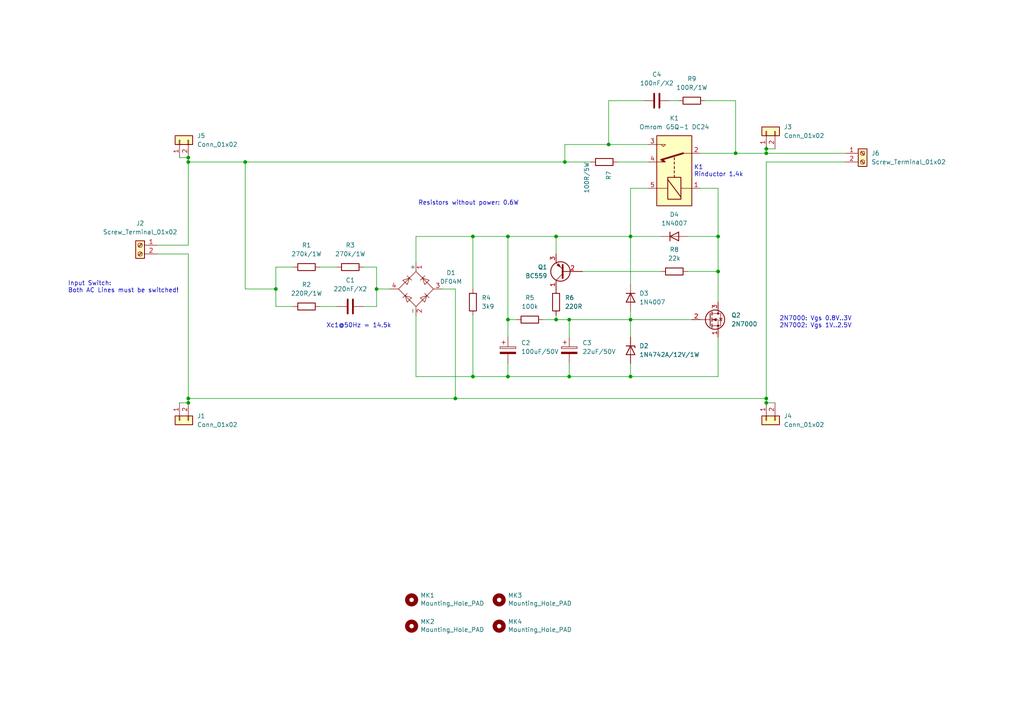
<source format=kicad_sch>
(kicad_sch (version 20211123) (generator eeschema)
  (paper "A4")
  (title_block (title "Inrush Current Limiter Relais") (date "2022-02-23") (rev "V2"))
  (lib_symbols
    (symbol "Connector:Screw_Terminal_01x02" (pin_names (offset 1.016) hide)
      (property "Reference" "J" (at 0 2.54 0))
      (property "Value" "Screw_Terminal_01x02" (at 0 -5.08 0))
      (symbol "Screw_Terminal_01x02_1_1"
        (rectangle (start -1.27 1.27) (end 1.27 -3.81) (stroke (width 0.254)) (fill (type background)))
        (circle (center 0 -2.54) (radius 0.635) (stroke (width 0.1524)))
        (polyline (pts (xy -0.5334 -2.2098) (xy 0.3302 -3.048)) (stroke (width 0.1524)))
        (polyline (pts (xy -0.5334 0.3302) (xy 0.3302 -0.508)) (stroke (width 0.1524)))
        (polyline (pts (xy -0.3556 -2.032) (xy 0.508 -2.8702)) (stroke (width 0.1524)))
        (polyline (pts (xy -0.3556 0.508) (xy 0.508 -0.3302)) (stroke (width 0.1524)))
        (circle (center 0 0) (radius 0.635) (stroke (width 0.1524)))
        (pin passive line (at -5.08 0 0) (length 3.81) (name "Pin_1") (number "1"))
        (pin passive line (at -5.08 -2.54 0) (length 3.81) (name "Pin_2") (number "2"))
      )
    )
    (symbol "Connector_Generic:Conn_01x02" (pin_names (offset 1.016) hide)
      (property "Reference" "J" (at 0 2.54 0))
      (property "Value" "Conn_01x02" (at 0 -5.08 0))
      (symbol "Conn_01x02_1_1"
        (rectangle (start -1.27 -2.413) (end 0 -2.667) (stroke (width 0.1524)))
        (rectangle (start -1.27 0.127) (end 0 -0.127) (stroke (width 0.1524)))
        (rectangle (start -1.27 1.27) (end 1.27 -3.81) (stroke (width 0.254)) (fill (type background)))
        (pin passive line (at -5.08 0 0) (length 3.81) (name "Pin_1") (number "1"))
        (pin passive line (at -5.08 -2.54 0) (length 3.81) (name "Pin_2") (number "2"))
      )
    )
    (symbol "Device:C" (pin_numbers hide) (pin_names (offset 0.254))
      (property "Reference" "C" (at 0.635 2.54 0))
      (property "Value" "C" (at 0.635 -2.54 0))
      (symbol "C_0_1"
        (polyline (pts (xy -2.032 -0.762) (xy 2.032 -0.762)) (stroke (width 0.508)))
        (polyline (pts (xy -2.032 0.762) (xy 2.032 0.762)) (stroke (width 0.508)))
      )
      (symbol "C_1_1"
        (pin passive line (at 0 3.81 270) (length 2.794) (name "~") (number "1"))
        (pin passive line (at 0 -3.81 90) (length 2.794) (name "~") (number "2"))
      )
    )
    (symbol "Device:C_Polarized" (pin_numbers hide) (pin_names (offset 0.254))
      (property "Reference" "C" (at 0.635 2.54 0))
      (property "Value" "C_Polarized" (at 0.635 -2.54 0))
      (symbol "C_Polarized_0_1"
        (rectangle (start -2.286 0.508) (end 2.286 1.016))
        (polyline (pts (xy -1.778 2.286) (xy -0.762 2.286)))
        (polyline (pts (xy -1.27 2.794) (xy -1.27 1.778)))
        (rectangle (start 2.286 -0.508) (end -2.286 -1.016) (fill (type outline)))
      )
      (symbol "C_Polarized_1_1"
        (pin passive line (at 0 3.81 270) (length 2.794) (name "~") (number "1"))
        (pin passive line (at 0 -3.81 90) (length 2.794) (name "~") (number "2"))
      )
    )
    (symbol "Device:R" (pin_numbers hide) (pin_names (offset 0))
      (property "Reference" "R" (at 2.032 0 90))
      (property "Value" "R" (at 0 0 90))
      (symbol "R_0_1"
        (rectangle (start -1.016 -2.54) (end 1.016 2.54) (stroke (width 0.254)))
      )
      (symbol "R_1_1"
        (pin passive line (at 0 3.81 270) (length 1.27) (name "~") (number "1"))
        (pin passive line (at 0 -3.81 90) (length 1.27) (name "~") (number "2"))
      )
    )
    (symbol "Diode:1N4007" (pin_numbers hide) (pin_names (offset 1.016) hide)
      (property "Reference" "D" (at 0 2.54 0))
      (property "Value" "1N4007" (at 0 -2.54 0))
      (symbol "1N4007_0_1"
        (polyline (pts (xy -1.27 1.27) (xy -1.27 -1.27)) (stroke (width 0.254)))
        (polyline (pts (xy 1.27 0) (xy -1.27 0)))
        (polyline (pts (xy 1.27 1.27) (xy 1.27 -1.27) (xy -1.27 0) (xy 1.27 1.27)) (stroke (width 0.254)))
      )
      (symbol "1N4007_1_1"
        (pin passive line (at -3.81 0 0) (length 2.54) (name "K") (number "1"))
        (pin passive line (at 3.81 0 180) (length 2.54) (name "A") (number "2"))
      )
    )
    (symbol "Diode:1N47xxA" (pin_numbers hide) (pin_names (offset 1.016) hide)
      (property "Reference" "D" (at 0 2.54 0))
      (property "Value" "1N47xxA" (at 0 -2.54 0))
      (symbol "1N47xxA_0_1"
        (polyline (pts (xy 1.27 0) (xy -1.27 0)))
        (polyline (pts (xy -1.27 -1.27) (xy -1.27 1.27) (xy -0.762 1.27)) (stroke (width 0.254)))
        (polyline (pts (xy 1.27 -1.27) (xy 1.27 1.27) (xy -1.27 0) (xy 1.27 -1.27)) (stroke (width 0.254)))
      )
      (symbol "1N47xxA_1_1"
        (pin passive line (at -3.81 0 0) (length 2.54) (name "K") (number "1"))
        (pin passive line (at 3.81 0 180) (length 2.54) (name "A") (number "2"))
      )
    )
    (symbol "Diode_Bridge:DF04M" (pin_names (offset 0))
      (property "Reference" "D" (at 2.54 6.985 0))
      (property "Value" "DF04M" (at 2.54 5.08 0))
      (symbol "DF04M_0_1"
        (polyline (pts (xy -2.54 3.81) (xy -1.27 2.54)))
        (polyline (pts (xy -1.27 -2.54) (xy -2.54 -3.81)))
        (polyline (pts (xy 2.54 -1.27) (xy 3.81 -2.54)))
        (polyline (pts (xy 2.54 1.27) (xy 3.81 2.54)))
        (polyline (pts (xy -3.81 2.54) (xy -2.54 1.27) (xy -1.905 3.175) (xy -3.81 2.54)))
        (polyline (pts (xy -2.54 -1.27) (xy -3.81 -2.54) (xy -1.905 -3.175) (xy -2.54 -1.27)))
        (polyline (pts (xy 1.27 2.54) (xy 2.54 3.81) (xy 3.175 1.905) (xy 1.27 2.54)))
        (polyline (pts (xy 3.175 -1.905) (xy 1.27 -2.54) (xy 2.54 -3.81) (xy 3.175 -1.905)))
        (polyline (pts (xy -5.08 0) (xy 0 -5.08) (xy 5.08 0) (xy 0 5.08) (xy -5.08 0)))
      )
      (symbol "DF04M_1_1"
        (pin passive line (at 7.62 0 180) (length 2.54) (name "+") (number "1"))
        (pin passive line (at -7.62 0 0) (length 2.54) (name "-") (number "2"))
        (pin passive line (at 0 -7.62 90) (length 2.54) (name "~") (number "3"))
        (pin passive line (at 0 7.62 270) (length 2.54) (name "~") (number "4"))
      )
    )
    (symbol "Mechanical:MountingHole" (pin_names (offset 1.016))
      (property "Reference" "H" (at 0 5.08 0))
      (property "Value" "MountingHole" (at 0 3.175 0))
      (symbol "MountingHole_0_1"
        (circle (center 0 0) (radius 1.27) (stroke (width 1.27)))
      )
    )
    (symbol "Relay:G5Q-1"
      (property "Reference" "K" (at 11.43 3.81 0))
      (property "Value" "G5Q-1" (at 11.43 1.27 0))
      (symbol "G5Q-1_0_0"
        (polyline (pts (xy 7.62 5.08) (xy 7.62 2.54) (xy 6.985 3.175) (xy 7.62 3.81)))
      )
      (symbol "G5Q-1_0_1"
        (rectangle (start -10.16 5.08) (end 10.16 -5.08) (stroke (width 0.254)) (fill (type background)))
        (rectangle (start -8.255 1.905) (end -1.905 -1.905) (stroke (width 0.254)))
        (polyline (pts (xy -7.62 -1.905) (xy -2.54 1.905)) (stroke (width 0.254)))
        (polyline (pts (xy -5.08 -5.08) (xy -5.08 -1.905)))
        (polyline (pts (xy -5.08 5.08) (xy -5.08 1.905)))
        (polyline (pts (xy -1.905 0) (xy -1.27 0)) (stroke (width 0.254)))
        (polyline (pts (xy -0.635 0) (xy 0 0)) (stroke (width 0.254)))
        (polyline (pts (xy 0.635 0) (xy 1.27 0)) (stroke (width 0.254)))
        (polyline (pts (xy 1.905 0) (xy 2.54 0)) (stroke (width 0.254)))
        (polyline (pts (xy 3.175 0) (xy 3.81 0)) (stroke (width 0.254)))
        (polyline (pts (xy 5.08 -2.54) (xy 3.175 3.81)) (stroke (width 0.508)))
        (polyline (pts (xy 5.08 -2.54) (xy 5.08 -5.08)))
        (polyline (pts (xy 2.54 5.08) (xy 2.54 2.54) (xy 3.175 3.175) (xy 2.54 3.81)) (fill (type outline)))
      )
      (symbol "G5Q-1_1_1"
        (pin passive line (at -5.08 -7.62 90) (length 2.54) (name "~") (number "1"))
        (pin passive line (at 5.08 -7.62 90) (length 2.54) (name "~") (number "2"))
        (pin passive line (at 7.62 7.62 270) (length 2.54) (name "~") (number "3"))
        (pin passive line (at 2.54 7.62 270) (length 2.54) (name "~") (number "4"))
        (pin passive line (at -5.08 7.62 270) (length 2.54) (name "~") (number "5"))
      )
    )
    (symbol "Transistor_BJT:BC559" (pin_names (offset 0) hide)
      (property "Reference" "Q" (at 5.08 1.905 0))
      (property "Value" "BC559" (at 5.08 0 0))
      (symbol "BC559_0_1"
        (polyline (pts (xy 0.635 0.635) (xy 2.54 2.54)))
        (polyline (pts (xy 0.635 -0.635) (xy 2.54 -2.54) (xy 2.54 -2.54)))
        (polyline (pts (xy 0.635 1.905) (xy 0.635 -1.905) (xy 0.635 -1.905)) (stroke (width 0.508)))
        (polyline (pts (xy 2.286 -1.778) (xy 1.778 -2.286) (xy 1.27 -1.27) (xy 2.286 -1.778) (xy 2.286 -1.778)) (fill (type outline)))
        (circle (center 1.27 0) (radius 2.8194) (stroke (width 0.254)))
      )
      (symbol "BC559_1_1"
        (pin passive line (at 2.54 5.08 270) (length 2.54) (name "C") (number "1"))
        (pin input line (at -5.08 0 0) (length 5.715) (name "B") (number "2"))
        (pin passive line (at 2.54 -5.08 90) (length 2.54) (name "E") (number "3"))
      )
    )
    (symbol "Transistor_FET:2N7000" (pin_names hide)
      (property "Reference" "Q" (at 5.08 1.905 0))
      (property "Value" "2N7000" (at 5.08 0 0))
      (symbol "2N7000_0_1"
        (polyline (pts (xy 0.254 0) (xy -2.54 0)))
        (polyline (pts (xy 0.254 1.905) (xy 0.254 -1.905)) (stroke (width 0.254)))
        (polyline (pts (xy 0.762 -1.27) (xy 0.762 -2.286)) (stroke (width 0.254)))
        (polyline (pts (xy 0.762 0.508) (xy 0.762 -0.508)) (stroke (width 0.254)))
        (polyline (pts (xy 0.762 2.286) (xy 0.762 1.27)) (stroke (width 0.254)))
        (polyline (pts (xy 2.54 2.54) (xy 2.54 1.778)))
        (polyline (pts (xy 2.54 -2.54) (xy 2.54 0) (xy 0.762 0)))
        (polyline (pts (xy 0.762 -1.778) (xy 3.302 -1.778) (xy 3.302 1.778) (xy 0.762 1.778)))
        (polyline (pts (xy 1.016 0) (xy 2.032 0.381) (xy 2.032 -0.381) (xy 1.016 0)) (fill (type outline)))
        (polyline (pts (xy 2.794 0.508) (xy 2.921 0.381) (xy 3.683 0.381) (xy 3.81 0.254)))
        (polyline (pts (xy 3.302 0.381) (xy 2.921 -0.254) (xy 3.683 -0.254) (xy 3.302 0.381)))
        (circle (center 1.651 0) (radius 2.794) (stroke (width 0.254)))
        (circle (center 2.54 -1.778) (radius 0.254) (fill (type outline)))
        (circle (center 2.54 1.778) (radius 0.254) (fill (type outline)))
      )
      (symbol "2N7000_1_1"
        (pin passive line (at 2.54 -5.08 90) (length 2.54) (name "S") (number "1"))
        (pin input line (at -5.08 0 0) (length 2.54) (name "G") (number "2"))
        (pin passive line (at 2.54 5.08 270) (length 2.54) (name "D") (number "3"))
      )
    )
  )
  (junction (at 54.61 45.72))
  (junction (at 222.25 44.45))
  (junction (at 165.1 92.71))
  (junction (at 54.61 46.99))
  (junction (at 80.01 83.82))
  (junction (at 54.61 116.84))
  (junction (at 176.53 41.91))
  (junction (at 109.22 83.82))
  (junction (at 182.88 92.71))
  (junction (at 161.29 68.58))
  (junction (at 147.32 109.22))
  (junction (at 182.88 68.58))
  (junction (at 222.25 115.57))
  (junction (at 222.25 116.84))
  (junction (at 208.28 68.58))
  (junction (at 137.16 68.58))
  (junction (at 161.29 92.71))
  (junction (at 163.83 46.99))
  (junction (at 71.12 46.99))
  (junction (at 137.16 109.22))
  (junction (at 165.1 109.22))
  (junction (at 54.61 115.57))
  (junction (at 147.32 68.58))
  (junction (at 147.32 92.71))
  (junction (at 208.28 78.74))
  (junction (at 132.08 115.57))
  (junction (at 182.88 109.22))
  (junction (at 213.36 44.45))
  (junction (at 222.25 43.18))
  (wire (pts (xy 203.2 54.61) (xy 208.28 54.61)))
  (wire (pts (xy 168.91 78.74) (xy 191.77 78.74)))
  (wire (pts (xy 120.65 91.44) (xy 120.65 109.22)))
  (wire (pts (xy 182.88 109.22) (xy 165.1 109.22)))
  (wire (pts (xy 161.29 68.58) (xy 147.32 68.58)))
  (wire (pts (xy 182.88 92.71) (xy 182.88 97.79)))
  (wire (pts (xy 161.29 92.71) (xy 165.1 92.71)))
  (wire (pts (xy 147.32 109.22) (xy 147.32 105.41)))
  (wire (pts (xy 213.36 29.21) (xy 213.36 44.45)))
  (wire (pts (xy 182.88 68.58) (xy 182.88 54.61)))
  (wire (pts (xy 165.1 92.71) (xy 165.1 97.79)))
  (wire (pts (xy 105.41 77.47) (xy 109.22 77.47)))
  (wire (pts (xy 137.16 91.44) (xy 137.16 109.22)))
  (wire (pts (xy 147.32 92.71) (xy 147.32 97.79)))
  (wire (pts (xy 182.88 105.41) (xy 182.88 109.22)))
  (wire (pts (xy 176.53 29.21) (xy 176.53 41.91)))
  (wire (pts (xy 109.22 83.82) (xy 109.22 88.9)))
  (wire (pts (xy 52.07 45.72) (xy 54.61 45.72)))
  (wire (pts (xy 182.88 92.71) (xy 200.66 92.71)))
  (wire (pts (xy 191.77 68.58) (xy 182.88 68.58)))
  (wire (pts (xy 222.25 115.57) (xy 222.25 46.99)))
  (wire (pts (xy 137.16 109.22) (xy 147.32 109.22)))
  (wire (pts (xy 80.01 83.82) (xy 71.12 83.82)))
  (wire (pts (xy 165.1 92.71) (xy 182.88 92.71)))
  (wire (pts (xy 171.45 46.99) (xy 163.83 46.99)))
  (wire (pts (xy 54.61 45.72) (xy 54.61 46.99)))
  (wire (pts (xy 147.32 68.58) (xy 137.16 68.58)))
  (wire (pts (xy 92.71 88.9) (xy 97.79 88.9)))
  (wire (pts (xy 80.01 77.47) (xy 80.01 83.82)))
  (wire (pts (xy 109.22 77.47) (xy 109.22 83.82)))
  (wire (pts (xy 147.32 68.58) (xy 147.32 92.71)))
  (wire (pts (xy 163.83 46.99) (xy 71.12 46.99)))
  (wire (pts (xy 54.61 115.57) (xy 54.61 116.84)))
  (wire (pts (xy 45.72 71.12) (xy 54.61 71.12)))
  (wire (pts (xy 85.09 77.47) (xy 80.01 77.47)))
  (wire (pts (xy 137.16 68.58) (xy 137.16 83.82)))
  (wire (pts (xy 132.08 115.57) (xy 222.25 115.57)))
  (wire (pts (xy 199.39 68.58) (xy 208.28 68.58)))
  (wire (pts (xy 208.28 97.79) (xy 208.28 109.22)))
  (wire (pts (xy 208.28 54.61) (xy 208.28 68.58)))
  (wire (pts (xy 186.69 29.21) (xy 176.53 29.21)))
  (wire (pts (xy 222.25 44.45) (xy 245.11 44.45)))
  (wire (pts (xy 54.61 46.99) (xy 54.61 71.12)))
  (wire (pts (xy 165.1 105.41) (xy 165.1 109.22)))
  (wire (pts (xy 71.12 83.82) (xy 71.12 46.99)))
  (wire (pts (xy 161.29 92.71) (xy 161.29 91.44)))
  (wire (pts (xy 208.28 78.74) (xy 208.28 87.63)))
  (wire (pts (xy 132.08 83.82) (xy 132.08 115.57)))
  (wire (pts (xy 222.25 43.18) (xy 222.25 44.45)))
  (wire (pts (xy 176.53 41.91) (xy 163.83 41.91)))
  (wire (pts (xy 208.28 109.22) (xy 182.88 109.22)))
  (wire (pts (xy 165.1 109.22) (xy 147.32 109.22)))
  (wire (pts (xy 222.25 116.84) (xy 224.79 116.84)))
  (wire (pts (xy 109.22 83.82) (xy 113.03 83.82)))
  (wire (pts (xy 45.72 73.66) (xy 54.61 73.66)))
  (wire (pts (xy 222.25 46.99) (xy 245.11 46.99)))
  (wire (pts (xy 71.12 46.99) (xy 54.61 46.99)))
  (wire (pts (xy 157.48 92.71) (xy 161.29 92.71)))
  (wire (pts (xy 163.83 41.91) (xy 163.83 46.99)))
  (wire (pts (xy 213.36 44.45) (xy 222.25 44.45)))
  (wire (pts (xy 182.88 68.58) (xy 161.29 68.58)))
  (wire (pts (xy 222.25 115.57) (xy 222.25 116.84)))
  (wire (pts (xy 149.86 92.71) (xy 147.32 92.71)))
  (wire (pts (xy 80.01 88.9) (xy 85.09 88.9)))
  (wire (pts (xy 120.65 68.58) (xy 120.65 76.2)))
  (wire (pts (xy 128.27 83.82) (xy 132.08 83.82)))
  (wire (pts (xy 92.71 77.47) (xy 97.79 77.47)))
  (wire (pts (xy 194.31 29.21) (xy 196.85 29.21)))
  (wire (pts (xy 54.61 115.57) (xy 132.08 115.57)))
  (wire (pts (xy 208.28 68.58) (xy 208.28 78.74)))
  (wire (pts (xy 120.65 109.22) (xy 137.16 109.22)))
  (wire (pts (xy 54.61 73.66) (xy 54.61 115.57)))
  (wire (pts (xy 161.29 68.58) (xy 161.29 73.66)))
  (wire (pts (xy 222.25 43.18) (xy 224.79 43.18)))
  (wire (pts (xy 182.88 68.58) (xy 182.88 82.55)))
  (wire (pts (xy 109.22 88.9) (xy 105.41 88.9)))
  (wire (pts (xy 179.07 46.99) (xy 187.96 46.99)))
  (wire (pts (xy 137.16 68.58) (xy 120.65 68.58)))
  (wire (pts (xy 182.88 90.17) (xy 182.88 92.71)))
  (wire (pts (xy 80.01 83.82) (xy 80.01 88.9)))
  (wire (pts (xy 187.96 41.91) (xy 176.53 41.91)))
  (wire (pts (xy 204.47 29.21) (xy 213.36 29.21)))
  (wire (pts (xy 182.88 54.61) (xy 187.96 54.61)))
  (wire (pts (xy 52.07 116.84) (xy 54.61 116.84)))
  (wire (pts (xy 203.2 44.45) (xy 213.36 44.45)))
  (wire (pts (xy 199.39 78.74) (xy 208.28 78.74)))
  (text "2N7000: Vgs 0.8V..3V\n2N7002: Vgs 1V..2.5V" (at 226.06 95.25 0) (effects (font (size 1.27 1.27)) (justify left bottom)))
  (text "K1\nRinductor 1.4k" (at 201.295 51.435 0) (effects (font (size 1.27 1.27)) (justify left bottom)))
  (text "Xc1@50Hz = 14.5k" (at 94.615 95.25 0) (effects (font (size 1.27 1.27)) (justify left bottom)))
  (text "Resistors without power: 0.6W" (at 121.285 59.69 0) (effects (font (size 1.27 1.27)) (justify left bottom)))
  (text "Input Switch:\nBoth AC Lines must be switched!" (at 19.685 85.09 0) (effects (font (size 1.27 1.27)) (justify left bottom)))
  (symbol (lib_id "Device:R") (at 161.29 87.63 180) (unit 1)
    (property "Reference" "R6" (at 163.83 86.3599 0) (effects (justify right)))
    (property "Value" "220R" (at 163.83 88.8999 0) (effects (justify right)))
    (property "Footprint" "Resistor_THT:R_Axial_DIN0207_L6.3mm_D2.5mm_P10.16mm_Horizontal" (effects hide))
  )
  (symbol (lib_id "Connector_Generic:Conn_01x02") (at 222.25 121.92 90) (mirror x) (unit 1)
    (property "Reference" "J4" (at 227.33 120.6499 90) (effects (justify right)))
    (property "Value" "Conn_01x02" (at 227.33 123.1899 90) (effects (justify right)))
    (property "Footprint" "kicad-snk:TE_62409-1" (effects hide))
  )
  (symbol (lib_id "Device:R") (at 88.9 88.9 90) (unit 1)
    (property "Reference" "R2" (at 88.9 82.55 90))
    (property "Value" "220R/1W" (at 88.9 85.09 90))
    (property "Footprint" "Resistor_THT:R_Axial_DIN0207_L6.3mm_D2.5mm_P15.24mm_Horizontal" (effects hide))
  )
  (symbol (lib_id "Device:R") (at 195.58 78.74 90) (unit 1)
    (property "Reference" "R8" (at 195.58 72.39 90))
    (property "Value" "22k" (at 195.58 74.93 90))
    (property "Footprint" "Resistor_THT:R_Axial_DIN0207_L6.3mm_D2.5mm_P10.16mm_Horizontal" (effects hide))
  )
  (symbol (lib_id "Mechanical:MountingHole") (at 144.78 181.61 0) (unit 1)
    (property "Reference" "MK4" (at 147.32 180.3146 0) (effects (justify left)))
    (property "Value" "Mounting_Hole_PAD" (at 147.32 182.626 0) (effects (justify left)))
    (property "Footprint" "MountingHole:MountingHole_3.2mm_M3_Pad_Via" (effects hide))
  )
  (symbol (lib_id "Mechanical:MountingHole") (at 119.38 181.61 0) (unit 1)
    (property "Reference" "MK2" (at 121.92 180.3146 0) (effects (justify left)))
    (property "Value" "Mounting_Hole_PAD" (at 121.92 182.626 0) (effects (justify left)))
    (property "Footprint" "MountingHole:MountingHole_3.2mm_M3_Pad_Via" (effects hide))
  )
  (symbol (lib_id "Transistor_BJT:BC559") (at 163.83 78.74 180) (unit 1)
    (property "Reference" "Q1" (at 158.75 77.4699 0) (effects (justify left)))
    (property "Value" "BC559" (at 158.75 80.0099 0) (effects (justify left)))
    (property "Footprint" "Package_TO_SOT_THT:TO-92_Inline" (effects hide))
    (property "Datasheet" "https://www.onsemi.com/pub/Collateral/BC556BTA-D.pdf" (effects hide))
  )
  (symbol (lib_id "Mechanical:MountingHole") (at 144.78 173.99 0) (unit 1)
    (property "Reference" "MK3" (at 147.32 172.6946 0) (effects (justify left)))
    (property "Value" "Mounting_Hole_PAD" (at 147.32 175.006 0) (effects (justify left)))
    (property "Footprint" "MountingHole:MountingHole_3.2mm_M3_Pad_Via" (effects hide))
  )
  (symbol (lib_id "Connector_Generic:Conn_01x02") (at 52.07 40.64 90) (unit 1)
    (property "Reference" "J5" (at 57.15 39.3699 90) (effects (justify right)))
    (property "Value" "Conn_01x02" (at 57.15 41.9099 90) (effects (justify right)))
    (property "Footprint" "kicad-snk:TE_62409-1" (effects hide))
  )
  (symbol (lib_id "Device:R") (at 200.66 29.21 90) (unit 1)
    (property "Reference" "R9" (at 200.66 22.86 90))
    (property "Value" "100R/1W" (at 200.66 25.4 90))
    (property "Footprint" "Resistor_THT:R_Axial_DIN0207_L6.3mm_D2.5mm_P15.24mm_Horizontal" (effects hide))
  )
  (symbol (lib_id "Device:R") (at 175.26 46.99 270) (unit 1)
    (property "Reference" "R7" (at 176.5301 49.53 0) (effects (justify left)))
    (property "Value" "100R/5W" (at 170.18 46.99 0) (effects (justify left)))
    (property "Footprint" "Resistor_THT:R_Axial_Power_L25.0mm_W9.0mm_P30.48mm" (effects hide))
  )
  (symbol (lib_id "Diode:1N47xxA") (at 182.88 101.6 270) (unit 1)
    (property "Reference" "D2" (at 185.42 100.3299 90) (effects (justify left)))
    (property "Value" "1N4742A/12V/1W" (at 185.42 102.8699 90) (effects (justify left)))
    (property "Footprint" "Diode_THT:D_DO-41_SOD81_P10.16mm_Horizontal" (effects hide))
    (property "Datasheet" "https://www.vishay.com/docs/85816/1n4728a.pdf" (effects hide))
  )
  (symbol (lib_id "Connector:Screw_Terminal_01x02") (at 40.64 71.12 0) (mirror y) (unit 1)
    (property "Reference" "J2" (at 40.64 64.77 0))
    (property "Value" "Screw_Terminal_01x02" (at 40.64 67.31 0))
    (property "Footprint" "TerminalBlock_RND:TerminalBlock_RND_205-00012_1x02_P5.00mm_Horizontal" (effects hide))
  )
  (symbol (lib_id "Connector:Screw_Terminal_01x02") (at 250.19 44.45 0) (unit 1)
    (property "Reference" "J6" (at 252.73 44.4499 0) (effects (justify left)))
    (property "Value" "Screw_Terminal_01x02" (at 252.73 46.9899 0) (effects (justify left)))
    (property "Footprint" "TerminalBlock_RND:TerminalBlock_RND_205-00012_1x02_P5.00mm_Horizontal" (effects hide))
  )
  (symbol (lib_id "Device:R") (at 101.6 77.47 90) (unit 1)
    (property "Reference" "R3" (at 101.6 71.12 90))
    (property "Value" "270k/1W" (at 101.6 73.66 90))
    (property "Footprint" "Resistor_THT:R_Axial_DIN0207_L6.3mm_D2.5mm_P15.24mm_Horizontal" (effects hide))
  )
  (symbol (lib_id "Diode:1N4007") (at 182.88 86.36 270) (unit 1)
    (property "Reference" "D3" (at 185.42 85.0899 90) (effects (justify left)))
    (property "Value" "1N4007" (at 185.42 87.6299 90) (effects (justify left)))
    (property "Footprint" "Diode_THT:D_DO-41_SOD81_P10.16mm_Horizontal" (effects hide))
    (property "Datasheet" "http://www.vishay.com/docs/88503/1n4001.pdf" (effects hide))
  )
  (symbol (lib_id "Connector_Generic:Conn_01x02") (at 222.25 38.1 90) (unit 1)
    (property "Reference" "J3" (at 227.33 36.8299 90) (effects (justify right)))
    (property "Value" "Conn_01x02" (at 227.33 39.3699 90) (effects (justify right)))
    (property "Footprint" "kicad-snk:TE_62409-1" (effects hide))
  )
  (symbol (lib_id "Device:R") (at 88.9 77.47 90) (unit 1)
    (property "Reference" "R1" (at 88.9 71.12 90))
    (property "Value" "270k/1W" (at 88.9 73.66 90))
    (property "Footprint" "Resistor_THT:R_Axial_DIN0207_L6.3mm_D2.5mm_P15.24mm_Horizontal" (effects hide))
  )
  (symbol (lib_id "Device:C") (at 190.5 29.21 90) (unit 1)
    (property "Reference" "C4" (at 190.5 21.59 90))
    (property "Value" "100nF/X2" (at 190.5 24.13 90))
    (property "Footprint" "Capacitor_THT:C_Rect_L18.0mm_W5.0mm_P15.00mm_FKS3_FKP3" (effects hide))
  )
  (symbol (lib_id "Transistor_FET:2N7000") (at 205.74 92.71 0) (unit 1)
    (property "Reference" "Q2" (at 212.09 91.4399 0) (effects (justify left)))
    (property "Value" "2N7000" (at 212.09 93.9799 0) (effects (justify left)))
    (property "Footprint" "Package_TO_SOT_THT:TO-92_Inline" (effects hide))
    (property "Datasheet" "https://www.onsemi.com/pub/Collateral/NDS7002A-D.PDF" (effects hide))
  )
  (symbol (lib_id "Relay:G5Q-1") (at 195.58 49.53 90) (unit 1)
    (property "Reference" "K1" (at 195.58 34.29 90))
    (property "Value" "Omrom G5Q-1 DC24" (at 195.58 36.83 90))
    (property "Footprint" "Relay_THT:Relay_SPDT_Omron-G5Q-1" (effects hide))
    (property "Datasheet" "https://www.omron.com/ecb/products/pdf/en-g5q.pdf" (effects hide))
  )
  (symbol (lib_id "Diode_Bridge:DF04M") (at 120.65 83.82 90) (unit 1)
    (property "Reference" "D1" (at 130.81 79.121 90))
    (property "Value" "DF04M" (at 130.81 81.661 90))
    (property "Footprint" "Diode_THT:Diode_Bridge_DIP-4_W7.62mm_P5.08mm" (effects hide))
    (property "Datasheet" "http://www.vishay.com/docs/88571/dfm.pdf" (effects hide))
  )
  (symbol (lib_id "Device:R") (at 137.16 87.63 0) (unit 1)
    (property "Reference" "R4" (at 139.7 86.3599 0) (effects (justify left)))
    (property "Value" "3k9" (at 139.7 88.8999 0) (effects (justify left)))
    (property "Footprint" "Resistor_THT:R_Axial_DIN0207_L6.3mm_D2.5mm_P10.16mm_Horizontal" (effects hide))
  )
  (symbol (lib_id "Device:C_Polarized") (at 147.32 101.6 0) (unit 1)
    (property "Reference" "C2" (at 151.13 99.4409 0) (effects (justify left)))
    (property "Value" "100uF/50V" (at 151.13 101.9809 0) (effects (justify left)))
    (property "Footprint" "Capacitor_THT:CP_Radial_D8.0mm_P3.50mm" (effects hide))
  )
  (symbol (lib_id "Device:C_Polarized") (at 165.1 101.6 0) (unit 1)
    (property "Reference" "C3" (at 168.91 99.4409 0) (effects (justify left)))
    (property "Value" "22uF/50V" (at 168.91 101.9809 0) (effects (justify left)))
    (property "Footprint" "Capacitor_THT:CP_Radial_D5.0mm_P2.00mm" (effects hide))
  )
  (symbol (lib_id "Device:C") (at 101.6 88.9 90) (unit 1)
    (property "Reference" "C1" (at 101.6 81.28 90))
    (property "Value" "220nF/X2" (at 101.6 83.82 90))
    (property "Footprint" "Capacitor_THT:C_Rect_L18.0mm_W7.0mm_P15.00mm_FKS3_FKP3" (effects hide))
  )
  (symbol (lib_id "Device:R") (at 153.67 92.71 90) (unit 1)
    (property "Reference" "R5" (at 153.67 86.36 90))
    (property "Value" "100k" (at 153.67 88.9 90))
    (property "Footprint" "Resistor_THT:R_Axial_DIN0207_L6.3mm_D2.5mm_P10.16mm_Horizontal" (effects hide))
  )
  (symbol (lib_id "Mechanical:MountingHole") (at 119.38 173.99 0) (unit 1)
    (property "Reference" "MK1" (at 121.92 172.6946 0) (effects (justify left)))
    (property "Value" "Mounting_Hole_PAD" (at 121.92 175.006 0) (effects (justify left)))
    (property "Footprint" "MountingHole:MountingHole_3.2mm_M3_Pad_Via" (effects hide))
  )
  (symbol (lib_id "Connector_Generic:Conn_01x02") (at 52.07 121.92 90) (mirror x) (unit 1)
    (property "Reference" "J1" (at 57.15 120.6499 90) (effects (justify right)))
    (property "Value" "Conn_01x02" (at 57.15 123.1899 90) (effects (justify right)))
    (property "Footprint" "kicad-snk:TE_62409-1" (effects hide))
  )
  (symbol (lib_id "Diode:1N4007") (at 195.58 68.58 0) (unit 1)
    (property "Reference" "D4" (at 195.58 62.23 0))
    (property "Value" "1N4007" (at 195.58 64.77 0))
    (property "Footprint" "Diode_THT:D_DO-41_SOD81_P10.16mm_Horizontal" (effects hide))
    (property "Datasheet" "http://www.vishay.com/docs/88503/1n4001.pdf" (effects hide))
  )
)
</source>
